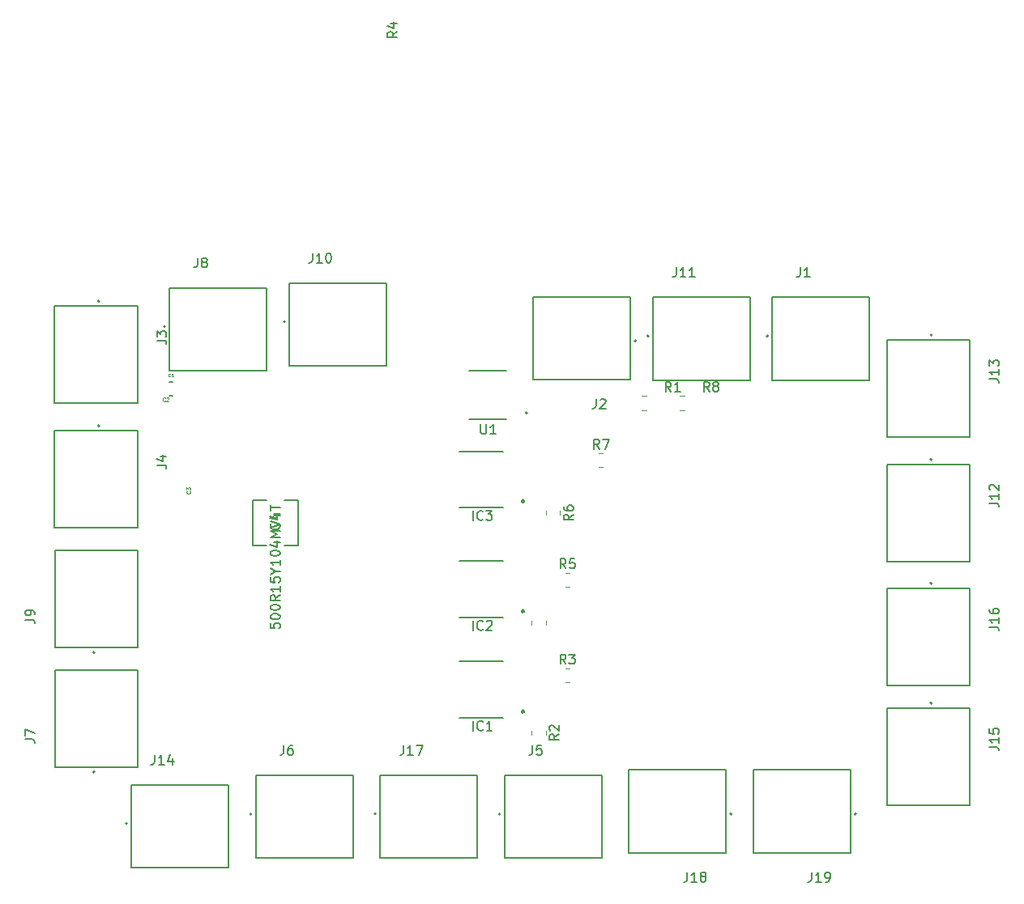
<source format=gbr>
%TF.GenerationSoftware,KiCad,Pcbnew,9.0.4*%
%TF.CreationDate,2025-09-17T01:56:31-03:00*%
%TF.ProjectId,DriversDiego,44726976-6572-4734-9469-65676f2e6b69,rev?*%
%TF.SameCoordinates,Original*%
%TF.FileFunction,Legend,Top*%
%TF.FilePolarity,Positive*%
%FSLAX46Y46*%
G04 Gerber Fmt 4.6, Leading zero omitted, Abs format (unit mm)*
G04 Created by KiCad (PCBNEW 9.0.4) date 2025-09-17 01:56:31*
%MOMM*%
%LPD*%
G01*
G04 APERTURE LIST*
%ADD10C,0.150000*%
%ADD11C,0.098425*%
%ADD12C,0.080000*%
%ADD13C,0.120000*%
%ADD14C,0.127000*%
%ADD15C,0.200000*%
%ADD16C,0.152400*%
%ADD17C,0.254000*%
G04 APERTURE END LIST*
D10*
X155333333Y-139804819D02*
X155000000Y-139328628D01*
X154761905Y-139804819D02*
X154761905Y-138804819D01*
X154761905Y-138804819D02*
X155142857Y-138804819D01*
X155142857Y-138804819D02*
X155238095Y-138852438D01*
X155238095Y-138852438D02*
X155285714Y-138900057D01*
X155285714Y-138900057D02*
X155333333Y-138995295D01*
X155333333Y-138995295D02*
X155333333Y-139138152D01*
X155333333Y-139138152D02*
X155285714Y-139233390D01*
X155285714Y-139233390D02*
X155238095Y-139281009D01*
X155238095Y-139281009D02*
X155142857Y-139328628D01*
X155142857Y-139328628D02*
X154761905Y-139328628D01*
X155666667Y-138804819D02*
X156285714Y-138804819D01*
X156285714Y-138804819D02*
X155952381Y-139185771D01*
X155952381Y-139185771D02*
X156095238Y-139185771D01*
X156095238Y-139185771D02*
X156190476Y-139233390D01*
X156190476Y-139233390D02*
X156238095Y-139281009D01*
X156238095Y-139281009D02*
X156285714Y-139376247D01*
X156285714Y-139376247D02*
X156285714Y-139614342D01*
X156285714Y-139614342D02*
X156238095Y-139709580D01*
X156238095Y-139709580D02*
X156190476Y-139757200D01*
X156190476Y-139757200D02*
X156095238Y-139804819D01*
X156095238Y-139804819D02*
X155809524Y-139804819D01*
X155809524Y-139804819D02*
X155714286Y-139757200D01*
X155714286Y-139757200D02*
X155666667Y-139709580D01*
X137704819Y-73666666D02*
X137228628Y-73999999D01*
X137704819Y-74238094D02*
X136704819Y-74238094D01*
X136704819Y-74238094D02*
X136704819Y-73857142D01*
X136704819Y-73857142D02*
X136752438Y-73761904D01*
X136752438Y-73761904D02*
X136800057Y-73714285D01*
X136800057Y-73714285D02*
X136895295Y-73666666D01*
X136895295Y-73666666D02*
X137038152Y-73666666D01*
X137038152Y-73666666D02*
X137133390Y-73714285D01*
X137133390Y-73714285D02*
X137181009Y-73761904D01*
X137181009Y-73761904D02*
X137228628Y-73857142D01*
X137228628Y-73857142D02*
X137228628Y-74238094D01*
X137038152Y-72809523D02*
X137704819Y-72809523D01*
X136657200Y-73047618D02*
X137371485Y-73285713D01*
X137371485Y-73285713D02*
X137371485Y-72666666D01*
X112589819Y-105968333D02*
X113304104Y-105968333D01*
X113304104Y-105968333D02*
X113446961Y-106015952D01*
X113446961Y-106015952D02*
X113542200Y-106111190D01*
X113542200Y-106111190D02*
X113589819Y-106254047D01*
X113589819Y-106254047D02*
X113589819Y-106349285D01*
X112589819Y-105587380D02*
X112589819Y-104968333D01*
X112589819Y-104968333D02*
X112970771Y-105301666D01*
X112970771Y-105301666D02*
X112970771Y-105158809D01*
X112970771Y-105158809D02*
X113018390Y-105063571D01*
X113018390Y-105063571D02*
X113066009Y-105015952D01*
X113066009Y-105015952D02*
X113161247Y-104968333D01*
X113161247Y-104968333D02*
X113399342Y-104968333D01*
X113399342Y-104968333D02*
X113494580Y-105015952D01*
X113494580Y-105015952D02*
X113542200Y-105063571D01*
X113542200Y-105063571D02*
X113589819Y-105158809D01*
X113589819Y-105158809D02*
X113589819Y-105444523D01*
X113589819Y-105444523D02*
X113542200Y-105539761D01*
X113542200Y-105539761D02*
X113494580Y-105587380D01*
X138365476Y-148319819D02*
X138365476Y-149034104D01*
X138365476Y-149034104D02*
X138317857Y-149176961D01*
X138317857Y-149176961D02*
X138222619Y-149272200D01*
X138222619Y-149272200D02*
X138079762Y-149319819D01*
X138079762Y-149319819D02*
X137984524Y-149319819D01*
X139365476Y-149319819D02*
X138794048Y-149319819D01*
X139079762Y-149319819D02*
X139079762Y-148319819D01*
X139079762Y-148319819D02*
X138984524Y-148462676D01*
X138984524Y-148462676D02*
X138889286Y-148557914D01*
X138889286Y-148557914D02*
X138794048Y-148605533D01*
X139698810Y-148319819D02*
X140365476Y-148319819D01*
X140365476Y-148319819D02*
X139936905Y-149319819D01*
D11*
X116044519Y-121730616D02*
X116063267Y-121749364D01*
X116063267Y-121749364D02*
X116082014Y-121805607D01*
X116082014Y-121805607D02*
X116082014Y-121843102D01*
X116082014Y-121843102D02*
X116063267Y-121899345D01*
X116063267Y-121899345D02*
X116025771Y-121936841D01*
X116025771Y-121936841D02*
X115988276Y-121955588D01*
X115988276Y-121955588D02*
X115913285Y-121974336D01*
X115913285Y-121974336D02*
X115857042Y-121974336D01*
X115857042Y-121974336D02*
X115782052Y-121955588D01*
X115782052Y-121955588D02*
X115744556Y-121936841D01*
X115744556Y-121936841D02*
X115707061Y-121899345D01*
X115707061Y-121899345D02*
X115688313Y-121843102D01*
X115688313Y-121843102D02*
X115688313Y-121805607D01*
X115688313Y-121805607D02*
X115707061Y-121749364D01*
X115707061Y-121749364D02*
X115725809Y-121730616D01*
X115688313Y-121599383D02*
X115688313Y-121355663D01*
X115688313Y-121355663D02*
X115838295Y-121486897D01*
X115838295Y-121486897D02*
X115838295Y-121430654D01*
X115838295Y-121430654D02*
X115857042Y-121393158D01*
X115857042Y-121393158D02*
X115875790Y-121374411D01*
X115875790Y-121374411D02*
X115913285Y-121355663D01*
X115913285Y-121355663D02*
X116007024Y-121355663D01*
X116007024Y-121355663D02*
X116044519Y-121374411D01*
X116044519Y-121374411D02*
X116063267Y-121393158D01*
X116063267Y-121393158D02*
X116082014Y-121430654D01*
X116082014Y-121430654D02*
X116082014Y-121543140D01*
X116082014Y-121543140D02*
X116063267Y-121580635D01*
X116063267Y-121580635D02*
X116044519Y-121599383D01*
D10*
X146445247Y-114739819D02*
X146445247Y-115549342D01*
X146445247Y-115549342D02*
X146492866Y-115644580D01*
X146492866Y-115644580D02*
X146540485Y-115692200D01*
X146540485Y-115692200D02*
X146635723Y-115739819D01*
X146635723Y-115739819D02*
X146826199Y-115739819D01*
X146826199Y-115739819D02*
X146921437Y-115692200D01*
X146921437Y-115692200D02*
X146969056Y-115644580D01*
X146969056Y-115644580D02*
X147016675Y-115549342D01*
X147016675Y-115549342D02*
X147016675Y-114739819D01*
X148016675Y-115739819D02*
X147445247Y-115739819D01*
X147730961Y-115739819D02*
X147730961Y-114739819D01*
X147730961Y-114739819D02*
X147635723Y-114882676D01*
X147635723Y-114882676D02*
X147540485Y-114977914D01*
X147540485Y-114977914D02*
X147445247Y-115025533D01*
X112589819Y-119008333D02*
X113304104Y-119008333D01*
X113304104Y-119008333D02*
X113446961Y-119055952D01*
X113446961Y-119055952D02*
X113542200Y-119151190D01*
X113542200Y-119151190D02*
X113589819Y-119294047D01*
X113589819Y-119294047D02*
X113589819Y-119389285D01*
X112923152Y-118103571D02*
X113589819Y-118103571D01*
X112542200Y-118341666D02*
X113256485Y-118579761D01*
X113256485Y-118579761D02*
X113256485Y-117960714D01*
X199589819Y-109984523D02*
X200304104Y-109984523D01*
X200304104Y-109984523D02*
X200446961Y-110032142D01*
X200446961Y-110032142D02*
X200542200Y-110127380D01*
X200542200Y-110127380D02*
X200589819Y-110270237D01*
X200589819Y-110270237D02*
X200589819Y-110365475D01*
X200589819Y-108984523D02*
X200589819Y-109555951D01*
X200589819Y-109270237D02*
X199589819Y-109270237D01*
X199589819Y-109270237D02*
X199732676Y-109365475D01*
X199732676Y-109365475D02*
X199827914Y-109460713D01*
X199827914Y-109460713D02*
X199875533Y-109555951D01*
X199589819Y-108651189D02*
X199589819Y-108032142D01*
X199589819Y-108032142D02*
X199970771Y-108365475D01*
X199970771Y-108365475D02*
X199970771Y-108222618D01*
X199970771Y-108222618D02*
X200018390Y-108127380D01*
X200018390Y-108127380D02*
X200066009Y-108079761D01*
X200066009Y-108079761D02*
X200161247Y-108032142D01*
X200161247Y-108032142D02*
X200399342Y-108032142D01*
X200399342Y-108032142D02*
X200494580Y-108079761D01*
X200494580Y-108079761D02*
X200542200Y-108127380D01*
X200542200Y-108127380D02*
X200589819Y-108222618D01*
X200589819Y-108222618D02*
X200589819Y-108508332D01*
X200589819Y-108508332D02*
X200542200Y-108603570D01*
X200542200Y-108603570D02*
X200494580Y-108651189D01*
X116841666Y-97319819D02*
X116841666Y-98034104D01*
X116841666Y-98034104D02*
X116794047Y-98176961D01*
X116794047Y-98176961D02*
X116698809Y-98272200D01*
X116698809Y-98272200D02*
X116555952Y-98319819D01*
X116555952Y-98319819D02*
X116460714Y-98319819D01*
X117460714Y-97748390D02*
X117365476Y-97700771D01*
X117365476Y-97700771D02*
X117317857Y-97653152D01*
X117317857Y-97653152D02*
X117270238Y-97557914D01*
X117270238Y-97557914D02*
X117270238Y-97510295D01*
X117270238Y-97510295D02*
X117317857Y-97415057D01*
X117317857Y-97415057D02*
X117365476Y-97367438D01*
X117365476Y-97367438D02*
X117460714Y-97319819D01*
X117460714Y-97319819D02*
X117651190Y-97319819D01*
X117651190Y-97319819D02*
X117746428Y-97367438D01*
X117746428Y-97367438D02*
X117794047Y-97415057D01*
X117794047Y-97415057D02*
X117841666Y-97510295D01*
X117841666Y-97510295D02*
X117841666Y-97557914D01*
X117841666Y-97557914D02*
X117794047Y-97653152D01*
X117794047Y-97653152D02*
X117746428Y-97700771D01*
X117746428Y-97700771D02*
X117651190Y-97748390D01*
X117651190Y-97748390D02*
X117460714Y-97748390D01*
X117460714Y-97748390D02*
X117365476Y-97796009D01*
X117365476Y-97796009D02*
X117317857Y-97843628D01*
X117317857Y-97843628D02*
X117270238Y-97938866D01*
X117270238Y-97938866D02*
X117270238Y-98129342D01*
X117270238Y-98129342D02*
X117317857Y-98224580D01*
X117317857Y-98224580D02*
X117365476Y-98272200D01*
X117365476Y-98272200D02*
X117460714Y-98319819D01*
X117460714Y-98319819D02*
X117651190Y-98319819D01*
X117651190Y-98319819D02*
X117746428Y-98272200D01*
X117746428Y-98272200D02*
X117794047Y-98224580D01*
X117794047Y-98224580D02*
X117841666Y-98129342D01*
X117841666Y-98129342D02*
X117841666Y-97938866D01*
X117841666Y-97938866D02*
X117794047Y-97843628D01*
X117794047Y-97843628D02*
X117746428Y-97796009D01*
X117746428Y-97796009D02*
X117651190Y-97748390D01*
X98819819Y-147658333D02*
X99534104Y-147658333D01*
X99534104Y-147658333D02*
X99676961Y-147705952D01*
X99676961Y-147705952D02*
X99772200Y-147801190D01*
X99772200Y-147801190D02*
X99819819Y-147944047D01*
X99819819Y-147944047D02*
X99819819Y-148039285D01*
X98819819Y-147277380D02*
X98819819Y-146610714D01*
X98819819Y-146610714D02*
X99819819Y-147039285D01*
D12*
X113996666Y-109710201D02*
X113981428Y-109725440D01*
X113981428Y-109725440D02*
X113935714Y-109740678D01*
X113935714Y-109740678D02*
X113905238Y-109740678D01*
X113905238Y-109740678D02*
X113859523Y-109725440D01*
X113859523Y-109725440D02*
X113829047Y-109694963D01*
X113829047Y-109694963D02*
X113813809Y-109664487D01*
X113813809Y-109664487D02*
X113798571Y-109603535D01*
X113798571Y-109603535D02*
X113798571Y-109557820D01*
X113798571Y-109557820D02*
X113813809Y-109496868D01*
X113813809Y-109496868D02*
X113829047Y-109466392D01*
X113829047Y-109466392D02*
X113859523Y-109435916D01*
X113859523Y-109435916D02*
X113905238Y-109420678D01*
X113905238Y-109420678D02*
X113935714Y-109420678D01*
X113935714Y-109420678D02*
X113981428Y-109435916D01*
X113981428Y-109435916D02*
X113996666Y-109451154D01*
X114301428Y-109740678D02*
X114118571Y-109740678D01*
X114209999Y-109740678D02*
X114209999Y-109420678D01*
X114209999Y-109420678D02*
X114179523Y-109466392D01*
X114179523Y-109466392D02*
X114149047Y-109496868D01*
X114149047Y-109496868D02*
X114118571Y-109512106D01*
D10*
X112365476Y-149319819D02*
X112365476Y-150034104D01*
X112365476Y-150034104D02*
X112317857Y-150176961D01*
X112317857Y-150176961D02*
X112222619Y-150272200D01*
X112222619Y-150272200D02*
X112079762Y-150319819D01*
X112079762Y-150319819D02*
X111984524Y-150319819D01*
X113365476Y-150319819D02*
X112794048Y-150319819D01*
X113079762Y-150319819D02*
X113079762Y-149319819D01*
X113079762Y-149319819D02*
X112984524Y-149462676D01*
X112984524Y-149462676D02*
X112889286Y-149557914D01*
X112889286Y-149557914D02*
X112794048Y-149605533D01*
X114222619Y-149653152D02*
X114222619Y-150319819D01*
X113984524Y-149272200D02*
X113746429Y-149986485D01*
X113746429Y-149986485D02*
X114365476Y-149986485D01*
X158833333Y-117304819D02*
X158500000Y-116828628D01*
X158261905Y-117304819D02*
X158261905Y-116304819D01*
X158261905Y-116304819D02*
X158642857Y-116304819D01*
X158642857Y-116304819D02*
X158738095Y-116352438D01*
X158738095Y-116352438D02*
X158785714Y-116400057D01*
X158785714Y-116400057D02*
X158833333Y-116495295D01*
X158833333Y-116495295D02*
X158833333Y-116638152D01*
X158833333Y-116638152D02*
X158785714Y-116733390D01*
X158785714Y-116733390D02*
X158738095Y-116781009D01*
X158738095Y-116781009D02*
X158642857Y-116828628D01*
X158642857Y-116828628D02*
X158261905Y-116828628D01*
X159166667Y-116304819D02*
X159833333Y-116304819D01*
X159833333Y-116304819D02*
X159404762Y-117304819D01*
X199589819Y-135944523D02*
X200304104Y-135944523D01*
X200304104Y-135944523D02*
X200446961Y-135992142D01*
X200446961Y-135992142D02*
X200542200Y-136087380D01*
X200542200Y-136087380D02*
X200589819Y-136230237D01*
X200589819Y-136230237D02*
X200589819Y-136325475D01*
X200589819Y-134944523D02*
X200589819Y-135515951D01*
X200589819Y-135230237D02*
X199589819Y-135230237D01*
X199589819Y-135230237D02*
X199732676Y-135325475D01*
X199732676Y-135325475D02*
X199827914Y-135420713D01*
X199827914Y-135420713D02*
X199875533Y-135515951D01*
X199589819Y-134087380D02*
X199589819Y-134277856D01*
X199589819Y-134277856D02*
X199637438Y-134373094D01*
X199637438Y-134373094D02*
X199685057Y-134420713D01*
X199685057Y-134420713D02*
X199827914Y-134515951D01*
X199827914Y-134515951D02*
X200018390Y-134563570D01*
X200018390Y-134563570D02*
X200399342Y-134563570D01*
X200399342Y-134563570D02*
X200494580Y-134515951D01*
X200494580Y-134515951D02*
X200542200Y-134468332D01*
X200542200Y-134468332D02*
X200589819Y-134373094D01*
X200589819Y-134373094D02*
X200589819Y-134182618D01*
X200589819Y-134182618D02*
X200542200Y-134087380D01*
X200542200Y-134087380D02*
X200494580Y-134039761D01*
X200494580Y-134039761D02*
X200399342Y-133992142D01*
X200399342Y-133992142D02*
X200161247Y-133992142D01*
X200161247Y-133992142D02*
X200066009Y-134039761D01*
X200066009Y-134039761D02*
X200018390Y-134087380D01*
X200018390Y-134087380D02*
X199970771Y-134182618D01*
X199970771Y-134182618D02*
X199970771Y-134373094D01*
X199970771Y-134373094D02*
X200018390Y-134468332D01*
X200018390Y-134468332D02*
X200066009Y-134515951D01*
X200066009Y-134515951D02*
X200161247Y-134563570D01*
X166333333Y-111304819D02*
X166000000Y-110828628D01*
X165761905Y-111304819D02*
X165761905Y-110304819D01*
X165761905Y-110304819D02*
X166142857Y-110304819D01*
X166142857Y-110304819D02*
X166238095Y-110352438D01*
X166238095Y-110352438D02*
X166285714Y-110400057D01*
X166285714Y-110400057D02*
X166333333Y-110495295D01*
X166333333Y-110495295D02*
X166333333Y-110638152D01*
X166333333Y-110638152D02*
X166285714Y-110733390D01*
X166285714Y-110733390D02*
X166238095Y-110781009D01*
X166238095Y-110781009D02*
X166142857Y-110828628D01*
X166142857Y-110828628D02*
X165761905Y-110828628D01*
X167285714Y-111304819D02*
X166714286Y-111304819D01*
X167000000Y-111304819D02*
X167000000Y-110304819D01*
X167000000Y-110304819D02*
X166904762Y-110447676D01*
X166904762Y-110447676D02*
X166809524Y-110542914D01*
X166809524Y-110542914D02*
X166714286Y-110590533D01*
X179841666Y-98319819D02*
X179841666Y-99034104D01*
X179841666Y-99034104D02*
X179794047Y-99176961D01*
X179794047Y-99176961D02*
X179698809Y-99272200D01*
X179698809Y-99272200D02*
X179555952Y-99319819D01*
X179555952Y-99319819D02*
X179460714Y-99319819D01*
X180841666Y-99319819D02*
X180270238Y-99319819D01*
X180555952Y-99319819D02*
X180555952Y-98319819D01*
X180555952Y-98319819D02*
X180460714Y-98462676D01*
X180460714Y-98462676D02*
X180365476Y-98557914D01*
X180365476Y-98557914D02*
X180270238Y-98605533D01*
X145625410Y-124764819D02*
X145625410Y-123764819D01*
X146673028Y-124669580D02*
X146625409Y-124717200D01*
X146625409Y-124717200D02*
X146482552Y-124764819D01*
X146482552Y-124764819D02*
X146387314Y-124764819D01*
X146387314Y-124764819D02*
X146244457Y-124717200D01*
X146244457Y-124717200D02*
X146149219Y-124621961D01*
X146149219Y-124621961D02*
X146101600Y-124526723D01*
X146101600Y-124526723D02*
X146053981Y-124336247D01*
X146053981Y-124336247D02*
X146053981Y-124193390D01*
X146053981Y-124193390D02*
X146101600Y-124002914D01*
X146101600Y-124002914D02*
X146149219Y-123907676D01*
X146149219Y-123907676D02*
X146244457Y-123812438D01*
X146244457Y-123812438D02*
X146387314Y-123764819D01*
X146387314Y-123764819D02*
X146482552Y-123764819D01*
X146482552Y-123764819D02*
X146625409Y-123812438D01*
X146625409Y-123812438D02*
X146673028Y-123860057D01*
X147006362Y-123764819D02*
X147625409Y-123764819D01*
X147625409Y-123764819D02*
X147292076Y-124145771D01*
X147292076Y-124145771D02*
X147434933Y-124145771D01*
X147434933Y-124145771D02*
X147530171Y-124193390D01*
X147530171Y-124193390D02*
X147577790Y-124241009D01*
X147577790Y-124241009D02*
X147625409Y-124336247D01*
X147625409Y-124336247D02*
X147625409Y-124574342D01*
X147625409Y-124574342D02*
X147577790Y-124669580D01*
X147577790Y-124669580D02*
X147530171Y-124717200D01*
X147530171Y-124717200D02*
X147434933Y-124764819D01*
X147434933Y-124764819D02*
X147149219Y-124764819D01*
X147149219Y-124764819D02*
X147053981Y-124717200D01*
X147053981Y-124717200D02*
X147006362Y-124669580D01*
X128865476Y-96819819D02*
X128865476Y-97534104D01*
X128865476Y-97534104D02*
X128817857Y-97676961D01*
X128817857Y-97676961D02*
X128722619Y-97772200D01*
X128722619Y-97772200D02*
X128579762Y-97819819D01*
X128579762Y-97819819D02*
X128484524Y-97819819D01*
X129865476Y-97819819D02*
X129294048Y-97819819D01*
X129579762Y-97819819D02*
X129579762Y-96819819D01*
X129579762Y-96819819D02*
X129484524Y-96962676D01*
X129484524Y-96962676D02*
X129389286Y-97057914D01*
X129389286Y-97057914D02*
X129294048Y-97105533D01*
X130484524Y-96819819D02*
X130579762Y-96819819D01*
X130579762Y-96819819D02*
X130675000Y-96867438D01*
X130675000Y-96867438D02*
X130722619Y-96915057D01*
X130722619Y-96915057D02*
X130770238Y-97010295D01*
X130770238Y-97010295D02*
X130817857Y-97200771D01*
X130817857Y-97200771D02*
X130817857Y-97438866D01*
X130817857Y-97438866D02*
X130770238Y-97629342D01*
X130770238Y-97629342D02*
X130722619Y-97724580D01*
X130722619Y-97724580D02*
X130675000Y-97772200D01*
X130675000Y-97772200D02*
X130579762Y-97819819D01*
X130579762Y-97819819D02*
X130484524Y-97819819D01*
X130484524Y-97819819D02*
X130389286Y-97772200D01*
X130389286Y-97772200D02*
X130341667Y-97724580D01*
X130341667Y-97724580D02*
X130294048Y-97629342D01*
X130294048Y-97629342D02*
X130246429Y-97438866D01*
X130246429Y-97438866D02*
X130246429Y-97200771D01*
X130246429Y-97200771D02*
X130294048Y-97010295D01*
X130294048Y-97010295D02*
X130341667Y-96915057D01*
X130341667Y-96915057D02*
X130389286Y-96867438D01*
X130389286Y-96867438D02*
X130484524Y-96819819D01*
X158491666Y-112089819D02*
X158491666Y-112804104D01*
X158491666Y-112804104D02*
X158444047Y-112946961D01*
X158444047Y-112946961D02*
X158348809Y-113042200D01*
X158348809Y-113042200D02*
X158205952Y-113089819D01*
X158205952Y-113089819D02*
X158110714Y-113089819D01*
X158920238Y-112185057D02*
X158967857Y-112137438D01*
X158967857Y-112137438D02*
X159063095Y-112089819D01*
X159063095Y-112089819D02*
X159301190Y-112089819D01*
X159301190Y-112089819D02*
X159396428Y-112137438D01*
X159396428Y-112137438D02*
X159444047Y-112185057D01*
X159444047Y-112185057D02*
X159491666Y-112280295D01*
X159491666Y-112280295D02*
X159491666Y-112375533D01*
X159491666Y-112375533D02*
X159444047Y-112518390D01*
X159444047Y-112518390D02*
X158872619Y-113089819D01*
X158872619Y-113089819D02*
X159491666Y-113089819D01*
X199589819Y-148484523D02*
X200304104Y-148484523D01*
X200304104Y-148484523D02*
X200446961Y-148532142D01*
X200446961Y-148532142D02*
X200542200Y-148627380D01*
X200542200Y-148627380D02*
X200589819Y-148770237D01*
X200589819Y-148770237D02*
X200589819Y-148865475D01*
X200589819Y-147484523D02*
X200589819Y-148055951D01*
X200589819Y-147770237D02*
X199589819Y-147770237D01*
X199589819Y-147770237D02*
X199732676Y-147865475D01*
X199732676Y-147865475D02*
X199827914Y-147960713D01*
X199827914Y-147960713D02*
X199875533Y-148055951D01*
X199589819Y-146579761D02*
X199589819Y-147055951D01*
X199589819Y-147055951D02*
X200066009Y-147103570D01*
X200066009Y-147103570D02*
X200018390Y-147055951D01*
X200018390Y-147055951D02*
X199970771Y-146960713D01*
X199970771Y-146960713D02*
X199970771Y-146722618D01*
X199970771Y-146722618D02*
X200018390Y-146627380D01*
X200018390Y-146627380D02*
X200066009Y-146579761D01*
X200066009Y-146579761D02*
X200161247Y-146532142D01*
X200161247Y-146532142D02*
X200399342Y-146532142D01*
X200399342Y-146532142D02*
X200494580Y-146579761D01*
X200494580Y-146579761D02*
X200542200Y-146627380D01*
X200542200Y-146627380D02*
X200589819Y-146722618D01*
X200589819Y-146722618D02*
X200589819Y-146960713D01*
X200589819Y-146960713D02*
X200542200Y-147055951D01*
X200542200Y-147055951D02*
X200494580Y-147103570D01*
X154604819Y-147166666D02*
X154128628Y-147499999D01*
X154604819Y-147738094D02*
X153604819Y-147738094D01*
X153604819Y-147738094D02*
X153604819Y-147357142D01*
X153604819Y-147357142D02*
X153652438Y-147261904D01*
X153652438Y-147261904D02*
X153700057Y-147214285D01*
X153700057Y-147214285D02*
X153795295Y-147166666D01*
X153795295Y-147166666D02*
X153938152Y-147166666D01*
X153938152Y-147166666D02*
X154033390Y-147214285D01*
X154033390Y-147214285D02*
X154081009Y-147261904D01*
X154081009Y-147261904D02*
X154128628Y-147357142D01*
X154128628Y-147357142D02*
X154128628Y-147738094D01*
X153700057Y-146785713D02*
X153652438Y-146738094D01*
X153652438Y-146738094D02*
X153604819Y-146642856D01*
X153604819Y-146642856D02*
X153604819Y-146404761D01*
X153604819Y-146404761D02*
X153652438Y-146309523D01*
X153652438Y-146309523D02*
X153700057Y-146261904D01*
X153700057Y-146261904D02*
X153795295Y-146214285D01*
X153795295Y-146214285D02*
X153890533Y-146214285D01*
X153890533Y-146214285D02*
X154033390Y-146261904D01*
X154033390Y-146261904D02*
X154604819Y-146833332D01*
X154604819Y-146833332D02*
X154604819Y-146214285D01*
X151841666Y-148319819D02*
X151841666Y-149034104D01*
X151841666Y-149034104D02*
X151794047Y-149176961D01*
X151794047Y-149176961D02*
X151698809Y-149272200D01*
X151698809Y-149272200D02*
X151555952Y-149319819D01*
X151555952Y-149319819D02*
X151460714Y-149319819D01*
X152794047Y-148319819D02*
X152317857Y-148319819D01*
X152317857Y-148319819D02*
X152270238Y-148796009D01*
X152270238Y-148796009D02*
X152317857Y-148748390D01*
X152317857Y-148748390D02*
X152413095Y-148700771D01*
X152413095Y-148700771D02*
X152651190Y-148700771D01*
X152651190Y-148700771D02*
X152746428Y-148748390D01*
X152746428Y-148748390D02*
X152794047Y-148796009D01*
X152794047Y-148796009D02*
X152841666Y-148891247D01*
X152841666Y-148891247D02*
X152841666Y-149129342D01*
X152841666Y-149129342D02*
X152794047Y-149224580D01*
X152794047Y-149224580D02*
X152746428Y-149272200D01*
X152746428Y-149272200D02*
X152651190Y-149319819D01*
X152651190Y-149319819D02*
X152413095Y-149319819D01*
X152413095Y-149319819D02*
X152317857Y-149272200D01*
X152317857Y-149272200D02*
X152270238Y-149224580D01*
X145625410Y-136264819D02*
X145625410Y-135264819D01*
X146673028Y-136169580D02*
X146625409Y-136217200D01*
X146625409Y-136217200D02*
X146482552Y-136264819D01*
X146482552Y-136264819D02*
X146387314Y-136264819D01*
X146387314Y-136264819D02*
X146244457Y-136217200D01*
X146244457Y-136217200D02*
X146149219Y-136121961D01*
X146149219Y-136121961D02*
X146101600Y-136026723D01*
X146101600Y-136026723D02*
X146053981Y-135836247D01*
X146053981Y-135836247D02*
X146053981Y-135693390D01*
X146053981Y-135693390D02*
X146101600Y-135502914D01*
X146101600Y-135502914D02*
X146149219Y-135407676D01*
X146149219Y-135407676D02*
X146244457Y-135312438D01*
X146244457Y-135312438D02*
X146387314Y-135264819D01*
X146387314Y-135264819D02*
X146482552Y-135264819D01*
X146482552Y-135264819D02*
X146625409Y-135312438D01*
X146625409Y-135312438D02*
X146673028Y-135360057D01*
X147053981Y-135360057D02*
X147101600Y-135312438D01*
X147101600Y-135312438D02*
X147196838Y-135264819D01*
X147196838Y-135264819D02*
X147434933Y-135264819D01*
X147434933Y-135264819D02*
X147530171Y-135312438D01*
X147530171Y-135312438D02*
X147577790Y-135360057D01*
X147577790Y-135360057D02*
X147625409Y-135455295D01*
X147625409Y-135455295D02*
X147625409Y-135550533D01*
X147625409Y-135550533D02*
X147577790Y-135693390D01*
X147577790Y-135693390D02*
X147006362Y-136264819D01*
X147006362Y-136264819D02*
X147625409Y-136264819D01*
X168015476Y-161589819D02*
X168015476Y-162304104D01*
X168015476Y-162304104D02*
X167967857Y-162446961D01*
X167967857Y-162446961D02*
X167872619Y-162542200D01*
X167872619Y-162542200D02*
X167729762Y-162589819D01*
X167729762Y-162589819D02*
X167634524Y-162589819D01*
X169015476Y-162589819D02*
X168444048Y-162589819D01*
X168729762Y-162589819D02*
X168729762Y-161589819D01*
X168729762Y-161589819D02*
X168634524Y-161732676D01*
X168634524Y-161732676D02*
X168539286Y-161827914D01*
X168539286Y-161827914D02*
X168444048Y-161875533D01*
X169586905Y-162018390D02*
X169491667Y-161970771D01*
X169491667Y-161970771D02*
X169444048Y-161923152D01*
X169444048Y-161923152D02*
X169396429Y-161827914D01*
X169396429Y-161827914D02*
X169396429Y-161780295D01*
X169396429Y-161780295D02*
X169444048Y-161685057D01*
X169444048Y-161685057D02*
X169491667Y-161637438D01*
X169491667Y-161637438D02*
X169586905Y-161589819D01*
X169586905Y-161589819D02*
X169777381Y-161589819D01*
X169777381Y-161589819D02*
X169872619Y-161637438D01*
X169872619Y-161637438D02*
X169920238Y-161685057D01*
X169920238Y-161685057D02*
X169967857Y-161780295D01*
X169967857Y-161780295D02*
X169967857Y-161827914D01*
X169967857Y-161827914D02*
X169920238Y-161923152D01*
X169920238Y-161923152D02*
X169872619Y-161970771D01*
X169872619Y-161970771D02*
X169777381Y-162018390D01*
X169777381Y-162018390D02*
X169586905Y-162018390D01*
X169586905Y-162018390D02*
X169491667Y-162066009D01*
X169491667Y-162066009D02*
X169444048Y-162113628D01*
X169444048Y-162113628D02*
X169396429Y-162208866D01*
X169396429Y-162208866D02*
X169396429Y-162399342D01*
X169396429Y-162399342D02*
X169444048Y-162494580D01*
X169444048Y-162494580D02*
X169491667Y-162542200D01*
X169491667Y-162542200D02*
X169586905Y-162589819D01*
X169586905Y-162589819D02*
X169777381Y-162589819D01*
X169777381Y-162589819D02*
X169872619Y-162542200D01*
X169872619Y-162542200D02*
X169920238Y-162494580D01*
X169920238Y-162494580D02*
X169967857Y-162399342D01*
X169967857Y-162399342D02*
X169967857Y-162208866D01*
X169967857Y-162208866D02*
X169920238Y-162113628D01*
X169920238Y-162113628D02*
X169872619Y-162066009D01*
X169872619Y-162066009D02*
X169777381Y-162018390D01*
X166865476Y-98319819D02*
X166865476Y-99034104D01*
X166865476Y-99034104D02*
X166817857Y-99176961D01*
X166817857Y-99176961D02*
X166722619Y-99272200D01*
X166722619Y-99272200D02*
X166579762Y-99319819D01*
X166579762Y-99319819D02*
X166484524Y-99319819D01*
X167865476Y-99319819D02*
X167294048Y-99319819D01*
X167579762Y-99319819D02*
X167579762Y-98319819D01*
X167579762Y-98319819D02*
X167484524Y-98462676D01*
X167484524Y-98462676D02*
X167389286Y-98557914D01*
X167389286Y-98557914D02*
X167294048Y-98605533D01*
X168817857Y-99319819D02*
X168246429Y-99319819D01*
X168532143Y-99319819D02*
X168532143Y-98319819D01*
X168532143Y-98319819D02*
X168436905Y-98462676D01*
X168436905Y-98462676D02*
X168341667Y-98557914D01*
X168341667Y-98557914D02*
X168246429Y-98605533D01*
X145625410Y-146764819D02*
X145625410Y-145764819D01*
X146673028Y-146669580D02*
X146625409Y-146717200D01*
X146625409Y-146717200D02*
X146482552Y-146764819D01*
X146482552Y-146764819D02*
X146387314Y-146764819D01*
X146387314Y-146764819D02*
X146244457Y-146717200D01*
X146244457Y-146717200D02*
X146149219Y-146621961D01*
X146149219Y-146621961D02*
X146101600Y-146526723D01*
X146101600Y-146526723D02*
X146053981Y-146336247D01*
X146053981Y-146336247D02*
X146053981Y-146193390D01*
X146053981Y-146193390D02*
X146101600Y-146002914D01*
X146101600Y-146002914D02*
X146149219Y-145907676D01*
X146149219Y-145907676D02*
X146244457Y-145812438D01*
X146244457Y-145812438D02*
X146387314Y-145764819D01*
X146387314Y-145764819D02*
X146482552Y-145764819D01*
X146482552Y-145764819D02*
X146625409Y-145812438D01*
X146625409Y-145812438D02*
X146673028Y-145860057D01*
X147625409Y-146764819D02*
X147053981Y-146764819D01*
X147339695Y-146764819D02*
X147339695Y-145764819D01*
X147339695Y-145764819D02*
X147244457Y-145907676D01*
X147244457Y-145907676D02*
X147149219Y-146002914D01*
X147149219Y-146002914D02*
X147053981Y-146050533D01*
X170333333Y-111304819D02*
X170000000Y-110828628D01*
X169761905Y-111304819D02*
X169761905Y-110304819D01*
X169761905Y-110304819D02*
X170142857Y-110304819D01*
X170142857Y-110304819D02*
X170238095Y-110352438D01*
X170238095Y-110352438D02*
X170285714Y-110400057D01*
X170285714Y-110400057D02*
X170333333Y-110495295D01*
X170333333Y-110495295D02*
X170333333Y-110638152D01*
X170333333Y-110638152D02*
X170285714Y-110733390D01*
X170285714Y-110733390D02*
X170238095Y-110781009D01*
X170238095Y-110781009D02*
X170142857Y-110828628D01*
X170142857Y-110828628D02*
X169761905Y-110828628D01*
X170904762Y-110733390D02*
X170809524Y-110685771D01*
X170809524Y-110685771D02*
X170761905Y-110638152D01*
X170761905Y-110638152D02*
X170714286Y-110542914D01*
X170714286Y-110542914D02*
X170714286Y-110495295D01*
X170714286Y-110495295D02*
X170761905Y-110400057D01*
X170761905Y-110400057D02*
X170809524Y-110352438D01*
X170809524Y-110352438D02*
X170904762Y-110304819D01*
X170904762Y-110304819D02*
X171095238Y-110304819D01*
X171095238Y-110304819D02*
X171190476Y-110352438D01*
X171190476Y-110352438D02*
X171238095Y-110400057D01*
X171238095Y-110400057D02*
X171285714Y-110495295D01*
X171285714Y-110495295D02*
X171285714Y-110542914D01*
X171285714Y-110542914D02*
X171238095Y-110638152D01*
X171238095Y-110638152D02*
X171190476Y-110685771D01*
X171190476Y-110685771D02*
X171095238Y-110733390D01*
X171095238Y-110733390D02*
X170904762Y-110733390D01*
X170904762Y-110733390D02*
X170809524Y-110781009D01*
X170809524Y-110781009D02*
X170761905Y-110828628D01*
X170761905Y-110828628D02*
X170714286Y-110923866D01*
X170714286Y-110923866D02*
X170714286Y-111114342D01*
X170714286Y-111114342D02*
X170761905Y-111209580D01*
X170761905Y-111209580D02*
X170809524Y-111257200D01*
X170809524Y-111257200D02*
X170904762Y-111304819D01*
X170904762Y-111304819D02*
X171095238Y-111304819D01*
X171095238Y-111304819D02*
X171190476Y-111257200D01*
X171190476Y-111257200D02*
X171238095Y-111209580D01*
X171238095Y-111209580D02*
X171285714Y-111114342D01*
X171285714Y-111114342D02*
X171285714Y-110923866D01*
X171285714Y-110923866D02*
X171238095Y-110828628D01*
X171238095Y-110828628D02*
X171190476Y-110781009D01*
X171190476Y-110781009D02*
X171095238Y-110733390D01*
X199589819Y-122984523D02*
X200304104Y-122984523D01*
X200304104Y-122984523D02*
X200446961Y-123032142D01*
X200446961Y-123032142D02*
X200542200Y-123127380D01*
X200542200Y-123127380D02*
X200589819Y-123270237D01*
X200589819Y-123270237D02*
X200589819Y-123365475D01*
X200589819Y-121984523D02*
X200589819Y-122555951D01*
X200589819Y-122270237D02*
X199589819Y-122270237D01*
X199589819Y-122270237D02*
X199732676Y-122365475D01*
X199732676Y-122365475D02*
X199827914Y-122460713D01*
X199827914Y-122460713D02*
X199875533Y-122555951D01*
X199685057Y-121603570D02*
X199637438Y-121555951D01*
X199637438Y-121555951D02*
X199589819Y-121460713D01*
X199589819Y-121460713D02*
X199589819Y-121222618D01*
X199589819Y-121222618D02*
X199637438Y-121127380D01*
X199637438Y-121127380D02*
X199685057Y-121079761D01*
X199685057Y-121079761D02*
X199780295Y-121032142D01*
X199780295Y-121032142D02*
X199875533Y-121032142D01*
X199875533Y-121032142D02*
X200018390Y-121079761D01*
X200018390Y-121079761D02*
X200589819Y-121651189D01*
X200589819Y-121651189D02*
X200589819Y-121032142D01*
X125359580Y-125122466D02*
X125407200Y-125170085D01*
X125407200Y-125170085D02*
X125454819Y-125312942D01*
X125454819Y-125312942D02*
X125454819Y-125408180D01*
X125454819Y-125408180D02*
X125407200Y-125551037D01*
X125407200Y-125551037D02*
X125311961Y-125646275D01*
X125311961Y-125646275D02*
X125216723Y-125693894D01*
X125216723Y-125693894D02*
X125026247Y-125741513D01*
X125026247Y-125741513D02*
X124883390Y-125741513D01*
X124883390Y-125741513D02*
X124692914Y-125693894D01*
X124692914Y-125693894D02*
X124597676Y-125646275D01*
X124597676Y-125646275D02*
X124502438Y-125551037D01*
X124502438Y-125551037D02*
X124454819Y-125408180D01*
X124454819Y-125408180D02*
X124454819Y-125312942D01*
X124454819Y-125312942D02*
X124502438Y-125170085D01*
X124502438Y-125170085D02*
X124550057Y-125122466D01*
X124788152Y-124265323D02*
X125454819Y-124265323D01*
X124407200Y-124503418D02*
X125121485Y-124741513D01*
X125121485Y-124741513D02*
X125121485Y-124122466D01*
X124454819Y-135561152D02*
X124454819Y-136037342D01*
X124454819Y-136037342D02*
X124931009Y-136084961D01*
X124931009Y-136084961D02*
X124883390Y-136037342D01*
X124883390Y-136037342D02*
X124835771Y-135942104D01*
X124835771Y-135942104D02*
X124835771Y-135704009D01*
X124835771Y-135704009D02*
X124883390Y-135608771D01*
X124883390Y-135608771D02*
X124931009Y-135561152D01*
X124931009Y-135561152D02*
X125026247Y-135513533D01*
X125026247Y-135513533D02*
X125264342Y-135513533D01*
X125264342Y-135513533D02*
X125359580Y-135561152D01*
X125359580Y-135561152D02*
X125407200Y-135608771D01*
X125407200Y-135608771D02*
X125454819Y-135704009D01*
X125454819Y-135704009D02*
X125454819Y-135942104D01*
X125454819Y-135942104D02*
X125407200Y-136037342D01*
X125407200Y-136037342D02*
X125359580Y-136084961D01*
X124454819Y-134894485D02*
X124454819Y-134799247D01*
X124454819Y-134799247D02*
X124502438Y-134704009D01*
X124502438Y-134704009D02*
X124550057Y-134656390D01*
X124550057Y-134656390D02*
X124645295Y-134608771D01*
X124645295Y-134608771D02*
X124835771Y-134561152D01*
X124835771Y-134561152D02*
X125073866Y-134561152D01*
X125073866Y-134561152D02*
X125264342Y-134608771D01*
X125264342Y-134608771D02*
X125359580Y-134656390D01*
X125359580Y-134656390D02*
X125407200Y-134704009D01*
X125407200Y-134704009D02*
X125454819Y-134799247D01*
X125454819Y-134799247D02*
X125454819Y-134894485D01*
X125454819Y-134894485D02*
X125407200Y-134989723D01*
X125407200Y-134989723D02*
X125359580Y-135037342D01*
X125359580Y-135037342D02*
X125264342Y-135084961D01*
X125264342Y-135084961D02*
X125073866Y-135132580D01*
X125073866Y-135132580D02*
X124835771Y-135132580D01*
X124835771Y-135132580D02*
X124645295Y-135084961D01*
X124645295Y-135084961D02*
X124550057Y-135037342D01*
X124550057Y-135037342D02*
X124502438Y-134989723D01*
X124502438Y-134989723D02*
X124454819Y-134894485D01*
X124454819Y-133942104D02*
X124454819Y-133846866D01*
X124454819Y-133846866D02*
X124502438Y-133751628D01*
X124502438Y-133751628D02*
X124550057Y-133704009D01*
X124550057Y-133704009D02*
X124645295Y-133656390D01*
X124645295Y-133656390D02*
X124835771Y-133608771D01*
X124835771Y-133608771D02*
X125073866Y-133608771D01*
X125073866Y-133608771D02*
X125264342Y-133656390D01*
X125264342Y-133656390D02*
X125359580Y-133704009D01*
X125359580Y-133704009D02*
X125407200Y-133751628D01*
X125407200Y-133751628D02*
X125454819Y-133846866D01*
X125454819Y-133846866D02*
X125454819Y-133942104D01*
X125454819Y-133942104D02*
X125407200Y-134037342D01*
X125407200Y-134037342D02*
X125359580Y-134084961D01*
X125359580Y-134084961D02*
X125264342Y-134132580D01*
X125264342Y-134132580D02*
X125073866Y-134180199D01*
X125073866Y-134180199D02*
X124835771Y-134180199D01*
X124835771Y-134180199D02*
X124645295Y-134132580D01*
X124645295Y-134132580D02*
X124550057Y-134084961D01*
X124550057Y-134084961D02*
X124502438Y-134037342D01*
X124502438Y-134037342D02*
X124454819Y-133942104D01*
X125454819Y-132608771D02*
X124978628Y-132942104D01*
X125454819Y-133180199D02*
X124454819Y-133180199D01*
X124454819Y-133180199D02*
X124454819Y-132799247D01*
X124454819Y-132799247D02*
X124502438Y-132704009D01*
X124502438Y-132704009D02*
X124550057Y-132656390D01*
X124550057Y-132656390D02*
X124645295Y-132608771D01*
X124645295Y-132608771D02*
X124788152Y-132608771D01*
X124788152Y-132608771D02*
X124883390Y-132656390D01*
X124883390Y-132656390D02*
X124931009Y-132704009D01*
X124931009Y-132704009D02*
X124978628Y-132799247D01*
X124978628Y-132799247D02*
X124978628Y-133180199D01*
X125454819Y-131656390D02*
X125454819Y-132227818D01*
X125454819Y-131942104D02*
X124454819Y-131942104D01*
X124454819Y-131942104D02*
X124597676Y-132037342D01*
X124597676Y-132037342D02*
X124692914Y-132132580D01*
X124692914Y-132132580D02*
X124740533Y-132227818D01*
X124454819Y-130751628D02*
X124454819Y-131227818D01*
X124454819Y-131227818D02*
X124931009Y-131275437D01*
X124931009Y-131275437D02*
X124883390Y-131227818D01*
X124883390Y-131227818D02*
X124835771Y-131132580D01*
X124835771Y-131132580D02*
X124835771Y-130894485D01*
X124835771Y-130894485D02*
X124883390Y-130799247D01*
X124883390Y-130799247D02*
X124931009Y-130751628D01*
X124931009Y-130751628D02*
X125026247Y-130704009D01*
X125026247Y-130704009D02*
X125264342Y-130704009D01*
X125264342Y-130704009D02*
X125359580Y-130751628D01*
X125359580Y-130751628D02*
X125407200Y-130799247D01*
X125407200Y-130799247D02*
X125454819Y-130894485D01*
X125454819Y-130894485D02*
X125454819Y-131132580D01*
X125454819Y-131132580D02*
X125407200Y-131227818D01*
X125407200Y-131227818D02*
X125359580Y-131275437D01*
X124978628Y-130084961D02*
X125454819Y-130084961D01*
X124454819Y-130418294D02*
X124978628Y-130084961D01*
X124978628Y-130084961D02*
X124454819Y-129751628D01*
X125454819Y-128894485D02*
X125454819Y-129465913D01*
X125454819Y-129180199D02*
X124454819Y-129180199D01*
X124454819Y-129180199D02*
X124597676Y-129275437D01*
X124597676Y-129275437D02*
X124692914Y-129370675D01*
X124692914Y-129370675D02*
X124740533Y-129465913D01*
X124454819Y-128275437D02*
X124454819Y-128180199D01*
X124454819Y-128180199D02*
X124502438Y-128084961D01*
X124502438Y-128084961D02*
X124550057Y-128037342D01*
X124550057Y-128037342D02*
X124645295Y-127989723D01*
X124645295Y-127989723D02*
X124835771Y-127942104D01*
X124835771Y-127942104D02*
X125073866Y-127942104D01*
X125073866Y-127942104D02*
X125264342Y-127989723D01*
X125264342Y-127989723D02*
X125359580Y-128037342D01*
X125359580Y-128037342D02*
X125407200Y-128084961D01*
X125407200Y-128084961D02*
X125454819Y-128180199D01*
X125454819Y-128180199D02*
X125454819Y-128275437D01*
X125454819Y-128275437D02*
X125407200Y-128370675D01*
X125407200Y-128370675D02*
X125359580Y-128418294D01*
X125359580Y-128418294D02*
X125264342Y-128465913D01*
X125264342Y-128465913D02*
X125073866Y-128513532D01*
X125073866Y-128513532D02*
X124835771Y-128513532D01*
X124835771Y-128513532D02*
X124645295Y-128465913D01*
X124645295Y-128465913D02*
X124550057Y-128418294D01*
X124550057Y-128418294D02*
X124502438Y-128370675D01*
X124502438Y-128370675D02*
X124454819Y-128275437D01*
X124788152Y-127084961D02*
X125454819Y-127084961D01*
X124407200Y-127323056D02*
X125121485Y-127561151D01*
X125121485Y-127561151D02*
X125121485Y-126942104D01*
X125454819Y-126561151D02*
X124454819Y-126561151D01*
X124454819Y-126561151D02*
X125169104Y-126227818D01*
X125169104Y-126227818D02*
X124454819Y-125894485D01*
X124454819Y-125894485D02*
X125454819Y-125894485D01*
X124454819Y-125561151D02*
X125454819Y-125227818D01*
X125454819Y-125227818D02*
X124454819Y-124894485D01*
X124788152Y-124132580D02*
X125454819Y-124132580D01*
X124407200Y-124370675D02*
X125121485Y-124608770D01*
X125121485Y-124608770D02*
X125121485Y-123989723D01*
X124454819Y-123751627D02*
X124454819Y-123180199D01*
X125454819Y-123465913D02*
X124454819Y-123465913D01*
X155333333Y-129804819D02*
X155000000Y-129328628D01*
X154761905Y-129804819D02*
X154761905Y-128804819D01*
X154761905Y-128804819D02*
X155142857Y-128804819D01*
X155142857Y-128804819D02*
X155238095Y-128852438D01*
X155238095Y-128852438D02*
X155285714Y-128900057D01*
X155285714Y-128900057D02*
X155333333Y-128995295D01*
X155333333Y-128995295D02*
X155333333Y-129138152D01*
X155333333Y-129138152D02*
X155285714Y-129233390D01*
X155285714Y-129233390D02*
X155238095Y-129281009D01*
X155238095Y-129281009D02*
X155142857Y-129328628D01*
X155142857Y-129328628D02*
X154761905Y-129328628D01*
X156238095Y-128804819D02*
X155761905Y-128804819D01*
X155761905Y-128804819D02*
X155714286Y-129281009D01*
X155714286Y-129281009D02*
X155761905Y-129233390D01*
X155761905Y-129233390D02*
X155857143Y-129185771D01*
X155857143Y-129185771D02*
X156095238Y-129185771D01*
X156095238Y-129185771D02*
X156190476Y-129233390D01*
X156190476Y-129233390D02*
X156238095Y-129281009D01*
X156238095Y-129281009D02*
X156285714Y-129376247D01*
X156285714Y-129376247D02*
X156285714Y-129614342D01*
X156285714Y-129614342D02*
X156238095Y-129709580D01*
X156238095Y-129709580D02*
X156190476Y-129757200D01*
X156190476Y-129757200D02*
X156095238Y-129804819D01*
X156095238Y-129804819D02*
X155857143Y-129804819D01*
X155857143Y-129804819D02*
X155761905Y-129757200D01*
X155761905Y-129757200D02*
X155714286Y-129709580D01*
X125841666Y-148319819D02*
X125841666Y-149034104D01*
X125841666Y-149034104D02*
X125794047Y-149176961D01*
X125794047Y-149176961D02*
X125698809Y-149272200D01*
X125698809Y-149272200D02*
X125555952Y-149319819D01*
X125555952Y-149319819D02*
X125460714Y-149319819D01*
X126746428Y-148319819D02*
X126555952Y-148319819D01*
X126555952Y-148319819D02*
X126460714Y-148367438D01*
X126460714Y-148367438D02*
X126413095Y-148415057D01*
X126413095Y-148415057D02*
X126317857Y-148557914D01*
X126317857Y-148557914D02*
X126270238Y-148748390D01*
X126270238Y-148748390D02*
X126270238Y-149129342D01*
X126270238Y-149129342D02*
X126317857Y-149224580D01*
X126317857Y-149224580D02*
X126365476Y-149272200D01*
X126365476Y-149272200D02*
X126460714Y-149319819D01*
X126460714Y-149319819D02*
X126651190Y-149319819D01*
X126651190Y-149319819D02*
X126746428Y-149272200D01*
X126746428Y-149272200D02*
X126794047Y-149224580D01*
X126794047Y-149224580D02*
X126841666Y-149129342D01*
X126841666Y-149129342D02*
X126841666Y-148891247D01*
X126841666Y-148891247D02*
X126794047Y-148796009D01*
X126794047Y-148796009D02*
X126746428Y-148748390D01*
X126746428Y-148748390D02*
X126651190Y-148700771D01*
X126651190Y-148700771D02*
X126460714Y-148700771D01*
X126460714Y-148700771D02*
X126365476Y-148748390D01*
X126365476Y-148748390D02*
X126317857Y-148796009D01*
X126317857Y-148796009D02*
X126270238Y-148891247D01*
X156104819Y-124166666D02*
X155628628Y-124499999D01*
X156104819Y-124738094D02*
X155104819Y-124738094D01*
X155104819Y-124738094D02*
X155104819Y-124357142D01*
X155104819Y-124357142D02*
X155152438Y-124261904D01*
X155152438Y-124261904D02*
X155200057Y-124214285D01*
X155200057Y-124214285D02*
X155295295Y-124166666D01*
X155295295Y-124166666D02*
X155438152Y-124166666D01*
X155438152Y-124166666D02*
X155533390Y-124214285D01*
X155533390Y-124214285D02*
X155581009Y-124261904D01*
X155581009Y-124261904D02*
X155628628Y-124357142D01*
X155628628Y-124357142D02*
X155628628Y-124738094D01*
X155104819Y-123309523D02*
X155104819Y-123499999D01*
X155104819Y-123499999D02*
X155152438Y-123595237D01*
X155152438Y-123595237D02*
X155200057Y-123642856D01*
X155200057Y-123642856D02*
X155342914Y-123738094D01*
X155342914Y-123738094D02*
X155533390Y-123785713D01*
X155533390Y-123785713D02*
X155914342Y-123785713D01*
X155914342Y-123785713D02*
X156009580Y-123738094D01*
X156009580Y-123738094D02*
X156057200Y-123690475D01*
X156057200Y-123690475D02*
X156104819Y-123595237D01*
X156104819Y-123595237D02*
X156104819Y-123404761D01*
X156104819Y-123404761D02*
X156057200Y-123309523D01*
X156057200Y-123309523D02*
X156009580Y-123261904D01*
X156009580Y-123261904D02*
X155914342Y-123214285D01*
X155914342Y-123214285D02*
X155676247Y-123214285D01*
X155676247Y-123214285D02*
X155581009Y-123261904D01*
X155581009Y-123261904D02*
X155533390Y-123309523D01*
X155533390Y-123309523D02*
X155485771Y-123404761D01*
X155485771Y-123404761D02*
X155485771Y-123595237D01*
X155485771Y-123595237D02*
X155533390Y-123690475D01*
X155533390Y-123690475D02*
X155581009Y-123738094D01*
X155581009Y-123738094D02*
X155676247Y-123785713D01*
X98819819Y-135158333D02*
X99534104Y-135158333D01*
X99534104Y-135158333D02*
X99676961Y-135205952D01*
X99676961Y-135205952D02*
X99772200Y-135301190D01*
X99772200Y-135301190D02*
X99819819Y-135444047D01*
X99819819Y-135444047D02*
X99819819Y-135539285D01*
X99819819Y-134634523D02*
X99819819Y-134444047D01*
X99819819Y-134444047D02*
X99772200Y-134348809D01*
X99772200Y-134348809D02*
X99724580Y-134301190D01*
X99724580Y-134301190D02*
X99581723Y-134205952D01*
X99581723Y-134205952D02*
X99391247Y-134158333D01*
X99391247Y-134158333D02*
X99010295Y-134158333D01*
X99010295Y-134158333D02*
X98915057Y-134205952D01*
X98915057Y-134205952D02*
X98867438Y-134253571D01*
X98867438Y-134253571D02*
X98819819Y-134348809D01*
X98819819Y-134348809D02*
X98819819Y-134539285D01*
X98819819Y-134539285D02*
X98867438Y-134634523D01*
X98867438Y-134634523D02*
X98915057Y-134682142D01*
X98915057Y-134682142D02*
X99010295Y-134729761D01*
X99010295Y-134729761D02*
X99248390Y-134729761D01*
X99248390Y-134729761D02*
X99343628Y-134682142D01*
X99343628Y-134682142D02*
X99391247Y-134634523D01*
X99391247Y-134634523D02*
X99438866Y-134539285D01*
X99438866Y-134539285D02*
X99438866Y-134348809D01*
X99438866Y-134348809D02*
X99391247Y-134253571D01*
X99391247Y-134253571D02*
X99343628Y-134205952D01*
X99343628Y-134205952D02*
X99248390Y-134158333D01*
D11*
X113455383Y-112279519D02*
X113436635Y-112298267D01*
X113436635Y-112298267D02*
X113380392Y-112317014D01*
X113380392Y-112317014D02*
X113342897Y-112317014D01*
X113342897Y-112317014D02*
X113286654Y-112298267D01*
X113286654Y-112298267D02*
X113249159Y-112260771D01*
X113249159Y-112260771D02*
X113230411Y-112223276D01*
X113230411Y-112223276D02*
X113211663Y-112148285D01*
X113211663Y-112148285D02*
X113211663Y-112092042D01*
X113211663Y-112092042D02*
X113230411Y-112017052D01*
X113230411Y-112017052D02*
X113249159Y-111979556D01*
X113249159Y-111979556D02*
X113286654Y-111942061D01*
X113286654Y-111942061D02*
X113342897Y-111923313D01*
X113342897Y-111923313D02*
X113380392Y-111923313D01*
X113380392Y-111923313D02*
X113436635Y-111942061D01*
X113436635Y-111942061D02*
X113455383Y-111960809D01*
X113605364Y-111960809D02*
X113624112Y-111942061D01*
X113624112Y-111942061D02*
X113661607Y-111923313D01*
X113661607Y-111923313D02*
X113755346Y-111923313D01*
X113755346Y-111923313D02*
X113792841Y-111942061D01*
X113792841Y-111942061D02*
X113811589Y-111960809D01*
X113811589Y-111960809D02*
X113830336Y-111998304D01*
X113830336Y-111998304D02*
X113830336Y-112035799D01*
X113830336Y-112035799D02*
X113811589Y-112092042D01*
X113811589Y-112092042D02*
X113586617Y-112317014D01*
X113586617Y-112317014D02*
X113830336Y-112317014D01*
D10*
X181015476Y-161589819D02*
X181015476Y-162304104D01*
X181015476Y-162304104D02*
X180967857Y-162446961D01*
X180967857Y-162446961D02*
X180872619Y-162542200D01*
X180872619Y-162542200D02*
X180729762Y-162589819D01*
X180729762Y-162589819D02*
X180634524Y-162589819D01*
X182015476Y-162589819D02*
X181444048Y-162589819D01*
X181729762Y-162589819D02*
X181729762Y-161589819D01*
X181729762Y-161589819D02*
X181634524Y-161732676D01*
X181634524Y-161732676D02*
X181539286Y-161827914D01*
X181539286Y-161827914D02*
X181444048Y-161875533D01*
X182491667Y-162589819D02*
X182682143Y-162589819D01*
X182682143Y-162589819D02*
X182777381Y-162542200D01*
X182777381Y-162542200D02*
X182825000Y-162494580D01*
X182825000Y-162494580D02*
X182920238Y-162351723D01*
X182920238Y-162351723D02*
X182967857Y-162161247D01*
X182967857Y-162161247D02*
X182967857Y-161780295D01*
X182967857Y-161780295D02*
X182920238Y-161685057D01*
X182920238Y-161685057D02*
X182872619Y-161637438D01*
X182872619Y-161637438D02*
X182777381Y-161589819D01*
X182777381Y-161589819D02*
X182586905Y-161589819D01*
X182586905Y-161589819D02*
X182491667Y-161637438D01*
X182491667Y-161637438D02*
X182444048Y-161685057D01*
X182444048Y-161685057D02*
X182396429Y-161780295D01*
X182396429Y-161780295D02*
X182396429Y-162018390D01*
X182396429Y-162018390D02*
X182444048Y-162113628D01*
X182444048Y-162113628D02*
X182491667Y-162161247D01*
X182491667Y-162161247D02*
X182586905Y-162208866D01*
X182586905Y-162208866D02*
X182777381Y-162208866D01*
X182777381Y-162208866D02*
X182872619Y-162161247D01*
X182872619Y-162161247D02*
X182920238Y-162113628D01*
X182920238Y-162113628D02*
X182967857Y-162018390D01*
D13*
%TO.C,R3*%
X155272936Y-140265000D02*
X155727064Y-140265000D01*
X155272936Y-141735000D02*
X155727064Y-141735000D01*
%TO.C,R4*%
X151765000Y-135272936D02*
X151765000Y-135727064D01*
X153235000Y-135272936D02*
X153235000Y-135727064D01*
D14*
%TO.C,J3*%
X101900000Y-102380000D02*
X110550000Y-102380000D01*
X101900000Y-112540000D02*
X101900000Y-102380000D01*
X110550000Y-102380000D02*
X110550000Y-112540000D01*
X110550000Y-112540000D02*
X101900000Y-112540000D01*
D15*
X106600000Y-101860000D02*
G75*
G02*
X106400000Y-101860000I-100000J0D01*
G01*
X106400000Y-101860000D02*
G75*
G02*
X106600000Y-101860000I100000J0D01*
G01*
D14*
%TO.C,J17*%
X135920000Y-151450000D02*
X146080000Y-151450000D01*
X135920000Y-160100000D02*
X135920000Y-151450000D01*
X146080000Y-151450000D02*
X146080000Y-160100000D01*
X146080000Y-160100000D02*
X135920000Y-160100000D01*
D15*
X135500000Y-155500000D02*
G75*
G02*
X135300000Y-155500000I-100000J0D01*
G01*
X135300000Y-155500000D02*
G75*
G02*
X135500000Y-155500000I100000J0D01*
G01*
D14*
%TO.C,U1*%
X149082152Y-109125000D02*
X145182152Y-109125000D01*
X149082152Y-114175000D02*
X145182152Y-114175000D01*
D15*
X151302152Y-113555000D02*
G75*
G02*
X151102152Y-113555000I-100000J0D01*
G01*
X151102152Y-113555000D02*
G75*
G02*
X151302152Y-113555000I100000J0D01*
G01*
D14*
%TO.C,J4*%
X101900000Y-115420000D02*
X110550000Y-115420000D01*
X101900000Y-125580000D02*
X101900000Y-115420000D01*
X110550000Y-115420000D02*
X110550000Y-125580000D01*
X110550000Y-125580000D02*
X101900000Y-125580000D01*
D15*
X106600000Y-114900000D02*
G75*
G02*
X106400000Y-114900000I-100000J0D01*
G01*
X106400000Y-114900000D02*
G75*
G02*
X106600000Y-114900000I100000J0D01*
G01*
D14*
%TO.C,J13*%
X188900000Y-105920000D02*
X197550000Y-105920000D01*
X188900000Y-116080000D02*
X188900000Y-105920000D01*
X197550000Y-105920000D02*
X197550000Y-116080000D01*
X197550000Y-116080000D02*
X188900000Y-116080000D01*
D15*
X193600000Y-105400000D02*
G75*
G02*
X193400000Y-105400000I-100000J0D01*
G01*
X193400000Y-105400000D02*
G75*
G02*
X193600000Y-105400000I100000J0D01*
G01*
D14*
%TO.C,J8*%
X113920000Y-100450000D02*
X124080000Y-100450000D01*
X113920000Y-109100000D02*
X113920000Y-100450000D01*
X124080000Y-100450000D02*
X124080000Y-109100000D01*
X124080000Y-109100000D02*
X113920000Y-109100000D01*
D15*
X113500000Y-104500000D02*
G75*
G02*
X113300000Y-104500000I-100000J0D01*
G01*
X113300000Y-104500000D02*
G75*
G02*
X113500000Y-104500000I100000J0D01*
G01*
D14*
%TO.C,J7*%
X101950000Y-140420000D02*
X110600000Y-140420000D01*
X101950000Y-150580000D02*
X101950000Y-140420000D01*
X110600000Y-140420000D02*
X110600000Y-150580000D01*
X110600000Y-150580000D02*
X101950000Y-150580000D01*
D15*
X106100000Y-151100000D02*
G75*
G02*
X105900000Y-151100000I-100000J0D01*
G01*
X105900000Y-151100000D02*
G75*
G02*
X106100000Y-151100000I100000J0D01*
G01*
%TO.C,C1*%
X113850000Y-110275000D02*
X114250000Y-110275000D01*
X113850000Y-111725000D02*
X114250000Y-111725000D01*
D14*
%TO.C,J14*%
X109920000Y-152450000D02*
X120080000Y-152450000D01*
X109920000Y-161100000D02*
X109920000Y-152450000D01*
X120080000Y-152450000D02*
X120080000Y-161100000D01*
X120080000Y-161100000D02*
X109920000Y-161100000D01*
D15*
X109500000Y-156500000D02*
G75*
G02*
X109300000Y-156500000I-100000J0D01*
G01*
X109300000Y-156500000D02*
G75*
G02*
X109500000Y-156500000I100000J0D01*
G01*
D13*
%TO.C,R7*%
X158772936Y-117765000D02*
X159227064Y-117765000D01*
X158772936Y-119235000D02*
X159227064Y-119235000D01*
D14*
%TO.C,J16*%
X188900000Y-131880000D02*
X197550000Y-131880000D01*
X188900000Y-142040000D02*
X188900000Y-131880000D01*
X197550000Y-131880000D02*
X197550000Y-142040000D01*
X197550000Y-142040000D02*
X188900000Y-142040000D01*
D15*
X193600000Y-131360000D02*
G75*
G02*
X193400000Y-131360000I-100000J0D01*
G01*
X193400000Y-131360000D02*
G75*
G02*
X193600000Y-131360000I100000J0D01*
G01*
D13*
%TO.C,R1*%
X163272936Y-111765000D02*
X163727064Y-111765000D01*
X163272936Y-113235000D02*
X163727064Y-113235000D01*
D14*
%TO.C,J1*%
X176920000Y-101450000D02*
X187080000Y-101450000D01*
X176920000Y-110100000D02*
X176920000Y-101450000D01*
X187080000Y-101450000D02*
X187080000Y-110100000D01*
X187080000Y-110100000D02*
X176920000Y-110100000D01*
D15*
X176500000Y-105500000D02*
G75*
G02*
X176300000Y-105500000I-100000J0D01*
G01*
X176300000Y-105500000D02*
G75*
G02*
X176500000Y-105500000I100000J0D01*
G01*
D16*
%TO.C,IC3*%
X148760600Y-117553600D02*
X144239400Y-117553600D01*
X148760600Y-123446400D02*
X144239400Y-123446400D01*
D17*
X150716400Y-122786000D02*
G75*
G02*
X150970400Y-122786000I127000J0D01*
G01*
X150970400Y-122786000D02*
G75*
G02*
X150716400Y-122786000I-127000J0D01*
G01*
D14*
%TO.C,J10*%
X126420000Y-99950000D02*
X136580000Y-99950000D01*
X126420000Y-108600000D02*
X126420000Y-99950000D01*
X136580000Y-99950000D02*
X136580000Y-108600000D01*
X136580000Y-108600000D02*
X126420000Y-108600000D01*
D15*
X126000000Y-104000000D02*
G75*
G02*
X125800000Y-104000000I-100000J0D01*
G01*
X125800000Y-104000000D02*
G75*
G02*
X126000000Y-104000000I100000J0D01*
G01*
D14*
%TO.C,J2*%
X151920000Y-101400000D02*
X162080000Y-101400000D01*
X151920000Y-110050000D02*
X151920000Y-101400000D01*
X162080000Y-101400000D02*
X162080000Y-110050000D01*
X162080000Y-110050000D02*
X151920000Y-110050000D01*
D15*
X162700000Y-106000000D02*
G75*
G02*
X162500000Y-106000000I-100000J0D01*
G01*
X162500000Y-106000000D02*
G75*
G02*
X162700000Y-106000000I100000J0D01*
G01*
D14*
%TO.C,J15*%
X188900000Y-144420000D02*
X197550000Y-144420000D01*
X188900000Y-154580000D02*
X188900000Y-144420000D01*
X197550000Y-144420000D02*
X197550000Y-154580000D01*
X197550000Y-154580000D02*
X188900000Y-154580000D01*
D15*
X193600000Y-143900000D02*
G75*
G02*
X193400000Y-143900000I-100000J0D01*
G01*
X193400000Y-143900000D02*
G75*
G02*
X193600000Y-143900000I100000J0D01*
G01*
D13*
%TO.C,R2*%
X151765000Y-146772936D02*
X151765000Y-147227064D01*
X153235000Y-146772936D02*
X153235000Y-147227064D01*
D14*
%TO.C,J5*%
X148920000Y-151450000D02*
X159080000Y-151450000D01*
X148920000Y-160100000D02*
X148920000Y-151450000D01*
X159080000Y-151450000D02*
X159080000Y-160100000D01*
X159080000Y-160100000D02*
X148920000Y-160100000D01*
D15*
X148500000Y-155500000D02*
G75*
G02*
X148300000Y-155500000I-100000J0D01*
G01*
X148300000Y-155500000D02*
G75*
G02*
X148500000Y-155500000I100000J0D01*
G01*
D16*
%TO.C,IC2*%
X148760600Y-129053600D02*
X144239400Y-129053600D01*
X148760600Y-134946400D02*
X144239400Y-134946400D01*
D17*
X150716400Y-134286000D02*
G75*
G02*
X150970400Y-134286000I127000J0D01*
G01*
X150970400Y-134286000D02*
G75*
G02*
X150716400Y-134286000I-127000J0D01*
G01*
D14*
%TO.C,J18*%
X161920000Y-150900000D02*
X172080000Y-150900000D01*
X161920000Y-159550000D02*
X161920000Y-150900000D01*
X172080000Y-150900000D02*
X172080000Y-159550000D01*
X172080000Y-159550000D02*
X161920000Y-159550000D01*
D15*
X172700000Y-155500000D02*
G75*
G02*
X172500000Y-155500000I-100000J0D01*
G01*
X172500000Y-155500000D02*
G75*
G02*
X172700000Y-155500000I100000J0D01*
G01*
D14*
%TO.C,J11*%
X164420000Y-101450000D02*
X174580000Y-101450000D01*
X164420000Y-110100000D02*
X164420000Y-101450000D01*
X174580000Y-101450000D02*
X174580000Y-110100000D01*
X174580000Y-110100000D02*
X164420000Y-110100000D01*
D15*
X164000000Y-105500000D02*
G75*
G02*
X163800000Y-105500000I-100000J0D01*
G01*
X163800000Y-105500000D02*
G75*
G02*
X164000000Y-105500000I100000J0D01*
G01*
D16*
%TO.C,IC1*%
X148760600Y-139553600D02*
X144239400Y-139553600D01*
X148760600Y-145446400D02*
X144239400Y-145446400D01*
D17*
X150716400Y-144786000D02*
G75*
G02*
X150970400Y-144786000I127000J0D01*
G01*
X150970400Y-144786000D02*
G75*
G02*
X150716400Y-144786000I-127000J0D01*
G01*
D13*
%TO.C,R8*%
X167272936Y-111765000D02*
X167727064Y-111765000D01*
X167272936Y-113235000D02*
X167727064Y-113235000D01*
D14*
%TO.C,J12*%
X188900000Y-118920000D02*
X197550000Y-118920000D01*
X188900000Y-129080000D02*
X188900000Y-118920000D01*
X197550000Y-118920000D02*
X197550000Y-129080000D01*
X197550000Y-129080000D02*
X188900000Y-129080000D01*
D15*
X193600000Y-118400000D02*
G75*
G02*
X193400000Y-118400000I-100000J0D01*
G01*
X193400000Y-118400000D02*
G75*
G02*
X193600000Y-118400000I100000J0D01*
G01*
D16*
%TO.C,C4*%
X122612400Y-122669800D02*
X122612400Y-127445000D01*
X122612400Y-127445000D02*
X124085600Y-127445000D01*
X124085600Y-122669800D02*
X122612400Y-122669800D01*
X125914400Y-127445000D02*
X127387600Y-127445000D01*
X127387600Y-122669800D02*
X125914400Y-122669800D01*
X127387600Y-127445000D02*
X127387600Y-122669800D01*
D13*
%TO.C,R5*%
X155272936Y-130265000D02*
X155727064Y-130265000D01*
X155272936Y-131735000D02*
X155727064Y-131735000D01*
D14*
%TO.C,J6*%
X122920000Y-151450000D02*
X133080000Y-151450000D01*
X122920000Y-160100000D02*
X122920000Y-151450000D01*
X133080000Y-151450000D02*
X133080000Y-160100000D01*
X133080000Y-160100000D02*
X122920000Y-160100000D01*
D15*
X122500000Y-155500000D02*
G75*
G02*
X122300000Y-155500000I-100000J0D01*
G01*
X122300000Y-155500000D02*
G75*
G02*
X122500000Y-155500000I100000J0D01*
G01*
D13*
%TO.C,R6*%
X153265000Y-123772936D02*
X153265000Y-124227064D01*
X154735000Y-123772936D02*
X154735000Y-124227064D01*
D14*
%TO.C,J9*%
X101950000Y-127920000D02*
X110600000Y-127920000D01*
X101950000Y-138080000D02*
X101950000Y-127920000D01*
X110600000Y-127920000D02*
X110600000Y-138080000D01*
X110600000Y-138080000D02*
X101950000Y-138080000D01*
D15*
X106100000Y-138600000D02*
G75*
G02*
X105900000Y-138600000I-100000J0D01*
G01*
X105900000Y-138600000D02*
G75*
G02*
X106100000Y-138600000I100000J0D01*
G01*
D14*
%TO.C,J19*%
X174920000Y-150900000D02*
X185080000Y-150900000D01*
X174920000Y-159550000D02*
X174920000Y-150900000D01*
X185080000Y-150900000D02*
X185080000Y-159550000D01*
X185080000Y-159550000D02*
X174920000Y-159550000D01*
D15*
X185700000Y-155500000D02*
G75*
G02*
X185500000Y-155500000I-100000J0D01*
G01*
X185500000Y-155500000D02*
G75*
G02*
X185700000Y-155500000I100000J0D01*
G01*
%TD*%
M02*

</source>
